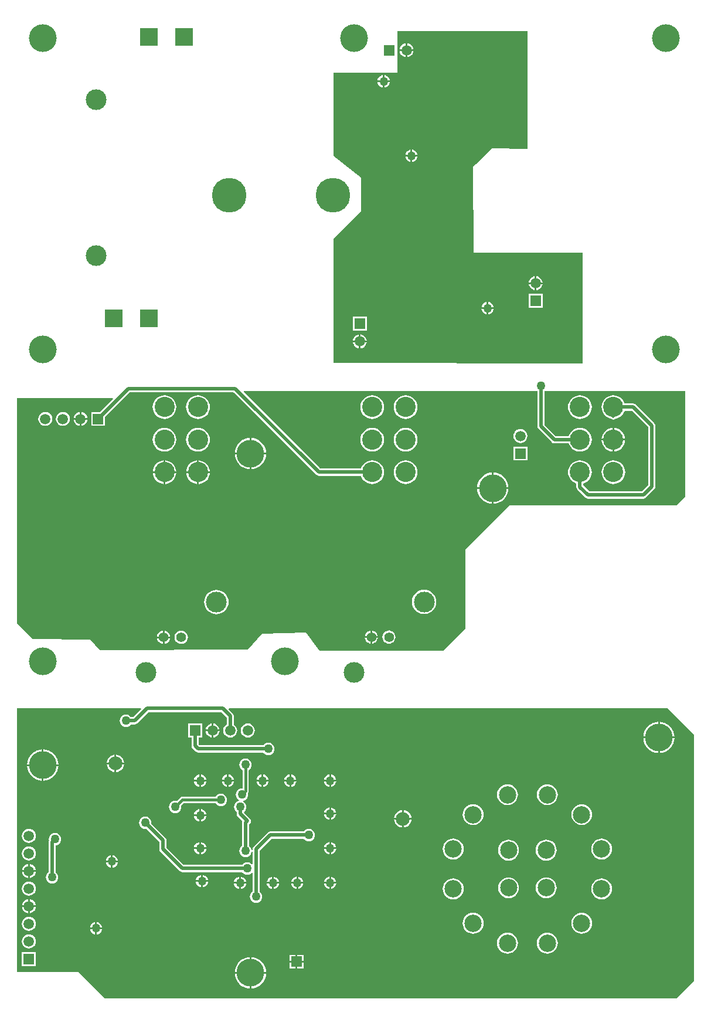
<source format=gbl>
G04*
G04 #@! TF.GenerationSoftware,Altium Limited,CircuitStudio,1.5.2 (30)*
G04*
G04 Layer_Physical_Order=2*
G04 Layer_Color=10066431*
%FSLAX25Y25*%
%MOIN*%
G70*
G01*
G75*
%ADD27C,0.02000*%
%ADD29C,0.01000*%
%ADD30C,0.01500*%
%ADD39R,0.05906X0.05906*%
%ADD40C,0.05906*%
%ADD41R,0.05906X0.05906*%
%ADD42C,0.11417*%
%ADD43C,0.11811*%
%ADD44C,0.05512*%
%ADD45C,0.15748*%
%ADD46R,0.09843X0.09843*%
%ADD47R,0.09843X0.09843*%
%ADD48C,0.19685*%
%ADD49C,0.09843*%
%ADD50C,0.07874*%
%ADD51C,0.05000*%
G36*
X384992Y290457D02*
X379969Y285433D01*
X284968D01*
X259992Y260457D01*
Y215457D01*
X247236Y202819D01*
X177157D01*
X169406Y212992D01*
X144488Y212598D01*
X136213Y203606D01*
X51968Y203150D01*
X46850Y209055D01*
X14119Y209330D01*
X4992Y218457D01*
Y346457D01*
X59455D01*
X59646Y345995D01*
X52250Y338598D01*
X47228D01*
Y330693D01*
X55134D01*
Y335715D01*
X69349Y349929D01*
X128187D01*
X175227Y302889D01*
X175889Y302447D01*
X176669Y302291D01*
X200636D01*
X200800Y301751D01*
X201423Y300586D01*
X202261Y299564D01*
X203282Y298726D01*
X204448Y298103D01*
X205712Y297719D01*
X207028Y297590D01*
X208343Y297719D01*
X209607Y298103D01*
X210773Y298726D01*
X211794Y299564D01*
X212633Y300586D01*
X213256Y301751D01*
X213639Y303016D01*
X213769Y304331D01*
X213639Y305646D01*
X213256Y306910D01*
X212633Y308076D01*
X211794Y309097D01*
X210773Y309936D01*
X209607Y310559D01*
X208343Y310942D01*
X207028Y311072D01*
X205712Y310942D01*
X204448Y310559D01*
X203282Y309936D01*
X202261Y309097D01*
X201423Y308076D01*
X200800Y306910D01*
X200636Y306370D01*
X177514D01*
X133889Y349995D01*
X134080Y350457D01*
X300961D01*
Y330465D01*
X301116Y329684D01*
X301558Y329023D01*
X309188Y321393D01*
X309850Y320951D01*
X310630Y320795D01*
X310630Y320795D01*
X318746D01*
X318910Y320255D01*
X319533Y319090D01*
X320371Y318068D01*
X321393Y317230D01*
X322558Y316607D01*
X323823Y316223D01*
X325138Y316093D01*
X326453Y316223D01*
X327717Y316607D01*
X328883Y317230D01*
X329905Y318068D01*
X330743Y319090D01*
X331366Y320255D01*
X331749Y321519D01*
X331879Y322835D01*
X331749Y324150D01*
X331366Y325414D01*
X330743Y326580D01*
X329905Y327601D01*
X328883Y328440D01*
X327717Y329063D01*
X326453Y329446D01*
X325138Y329576D01*
X323823Y329446D01*
X322558Y329063D01*
X321393Y328440D01*
X320371Y327601D01*
X319533Y326580D01*
X318910Y325414D01*
X318746Y324874D01*
X311475D01*
X305039Y331309D01*
Y350457D01*
X384992D01*
Y290457D01*
D02*
G37*
G36*
X390000Y155000D02*
Y15000D01*
X380000Y5000D01*
X55000D01*
X40000Y20000D01*
X5000D01*
Y170000D01*
X75463D01*
X75654Y169538D01*
X71155Y165039D01*
X69847D01*
X69496Y165496D01*
X68765Y166057D01*
X67914Y166410D01*
X67000Y166530D01*
X66086Y166410D01*
X65235Y166057D01*
X64504Y165496D01*
X63943Y164765D01*
X63590Y163914D01*
X63470Y163000D01*
X63590Y162086D01*
X63943Y161235D01*
X64504Y160504D01*
X65235Y159943D01*
X66086Y159590D01*
X67000Y159470D01*
X67914Y159590D01*
X68765Y159943D01*
X69496Y160504D01*
X69847Y160961D01*
X72000D01*
X72780Y161116D01*
X73442Y161558D01*
X79845Y167961D01*
X121155D01*
X124260Y164856D01*
Y160898D01*
X123480Y160300D01*
X122846Y159474D01*
X122448Y158512D01*
X122312Y157480D01*
X122448Y156448D01*
X122846Y155487D01*
X123480Y154661D01*
X124306Y154028D01*
X125267Y153629D01*
X126299Y153493D01*
X127331Y153629D01*
X128293Y154028D01*
X129118Y154661D01*
X129752Y155487D01*
X130150Y156448D01*
X130286Y157480D01*
X130150Y158512D01*
X129752Y159474D01*
X129118Y160300D01*
X128338Y160898D01*
Y165701D01*
X128183Y166481D01*
X127741Y167143D01*
X125346Y169538D01*
X125537Y170000D01*
X375000D01*
X390000Y155000D01*
D02*
G37*
G36*
X295276Y531496D02*
Y488545D01*
X294920Y488193D01*
X274938Y488438D01*
X266000Y479500D01*
X264500Y478000D01*
X264700Y429134D01*
X326772D01*
Y366496D01*
X326418Y366142D01*
X185000Y366404D01*
X185047Y437016D01*
X200787Y452756D01*
X200787Y471654D01*
X185039Y484252D01*
X185039Y531496D01*
X221457Y531496D01*
Y555118D01*
X295276D01*
Y531496D01*
D02*
G37*
%LPC*%
G36*
X182571Y90051D02*
X179606D01*
X179661Y89638D01*
X180014Y88786D01*
X180575Y88055D01*
X181306Y87494D01*
X182157Y87141D01*
X182571Y87087D01*
Y90051D01*
D02*
G37*
G36*
X109752Y94016D02*
Y91051D01*
X112716D01*
X112662Y91465D01*
X112309Y92316D01*
X111748Y93047D01*
X111017Y93608D01*
X110166Y93961D01*
X109752Y94016D01*
D02*
G37*
G36*
X108752D02*
X108338Y93961D01*
X107487Y93608D01*
X106756Y93047D01*
X106195Y92316D01*
X105842Y91465D01*
X105788Y91051D01*
X108752D01*
Y94016D01*
D02*
G37*
G36*
X186535Y90051D02*
X183571D01*
Y87087D01*
X183984Y87141D01*
X184836Y87494D01*
X185567Y88055D01*
X186128Y88786D01*
X186481Y89638D01*
X186535Y90051D01*
D02*
G37*
G36*
X229323Y106783D02*
X224909D01*
Y102370D01*
X225698Y102473D01*
X226899Y102971D01*
X227931Y103762D01*
X228722Y104794D01*
X229219Y105995D01*
X229323Y106783D01*
D02*
G37*
G36*
X264374Y115592D02*
X263213Y115477D01*
X262097Y115139D01*
X261068Y114589D01*
X260167Y113849D01*
X259427Y112947D01*
X258877Y111919D01*
X258538Y110802D01*
X258424Y109642D01*
X258538Y108481D01*
X258877Y107365D01*
X259427Y106336D01*
X260167Y105435D01*
X261068Y104695D01*
X262097Y104145D01*
X263213Y103806D01*
X264374Y103692D01*
X265535Y103806D01*
X266651Y104145D01*
X267680Y104695D01*
X268581Y105435D01*
X269321Y106336D01*
X269871Y107365D01*
X270210Y108481D01*
X270324Y109642D01*
X270210Y110802D01*
X269871Y111919D01*
X269321Y112947D01*
X268581Y113849D01*
X267680Y114589D01*
X266651Y115139D01*
X265535Y115477D01*
X264374Y115592D01*
D02*
G37*
G36*
X326177D02*
X325016Y115477D01*
X323900Y115139D01*
X322872Y114589D01*
X321970Y113849D01*
X321230Y112947D01*
X320680Y111919D01*
X320342Y110802D01*
X320227Y109642D01*
X320342Y108481D01*
X320680Y107365D01*
X321230Y106336D01*
X321970Y105435D01*
X322872Y104695D01*
X323900Y104145D01*
X325016Y103806D01*
X326177Y103692D01*
X327338Y103806D01*
X328454Y104145D01*
X329483Y104695D01*
X330384Y105435D01*
X331124Y106336D01*
X331674Y107365D01*
X332013Y108481D01*
X332127Y109642D01*
X332013Y110802D01*
X331674Y111919D01*
X331124Y112947D01*
X330384Y113849D01*
X329483Y114589D01*
X328454Y115139D01*
X327338Y115477D01*
X326177Y115592D01*
D02*
G37*
G36*
X223909Y106783D02*
X219496D01*
X219600Y105995D01*
X220097Y104794D01*
X220888Y103762D01*
X221920Y102971D01*
X223121Y102473D01*
X223909Y102370D01*
Y106783D01*
D02*
G37*
G36*
X182571Y94016D02*
X182157Y93961D01*
X181306Y93608D01*
X180575Y93047D01*
X180014Y92316D01*
X179661Y91465D01*
X179606Y91051D01*
X182571D01*
Y94016D01*
D02*
G37*
G36*
X183571D02*
Y91051D01*
X186535D01*
X186481Y91465D01*
X186128Y92316D01*
X185567Y93047D01*
X184836Y93608D01*
X183984Y93961D01*
X183571Y94016D01*
D02*
G37*
G36*
X11811Y101546D02*
X10779Y101410D01*
X9818Y101012D01*
X8992Y100378D01*
X8358Y99553D01*
X7960Y98591D01*
X7824Y97559D01*
X7960Y96527D01*
X8358Y95566D01*
X8992Y94740D01*
X9818Y94106D01*
X10779Y93708D01*
X11811Y93572D01*
X12843Y93708D01*
X13804Y94106D01*
X14630Y94740D01*
X15264Y95566D01*
X15662Y96527D01*
X15798Y97559D01*
X15662Y98591D01*
X15264Y99553D01*
X14630Y100378D01*
X13804Y101012D01*
X12843Y101410D01*
X11811Y101546D01*
D02*
G37*
G36*
X112716Y90051D02*
X109752D01*
Y87087D01*
X110166Y87141D01*
X111017Y87494D01*
X111748Y88055D01*
X112309Y88786D01*
X112662Y89638D01*
X112716Y90051D01*
D02*
G37*
G36*
X135000Y141530D02*
X134086Y141410D01*
X133235Y141057D01*
X132504Y140496D01*
X131943Y139765D01*
X131590Y138914D01*
X131470Y138000D01*
X131590Y137086D01*
X131943Y136235D01*
X132504Y135504D01*
X133216Y134958D01*
Y124719D01*
X133000Y124530D01*
X132086Y124410D01*
X131235Y124057D01*
X130504Y123496D01*
X129943Y122765D01*
X129590Y121914D01*
X129470Y121000D01*
X129590Y120086D01*
X129943Y119235D01*
X130504Y118504D01*
X131235Y117943D01*
X131251Y117936D01*
X131184Y117423D01*
X131086Y117410D01*
X130235Y117057D01*
X129504Y116496D01*
X128943Y115765D01*
X128590Y114914D01*
X128470Y114000D01*
X128590Y113086D01*
X128943Y112235D01*
X129504Y111504D01*
X129961Y111153D01*
Y110000D01*
X130116Y109220D01*
X130558Y108558D01*
X133204Y105912D01*
X133116Y105780D01*
X132961Y105000D01*
Y91847D01*
X132504Y91496D01*
X131943Y90765D01*
X131590Y89914D01*
X131470Y89000D01*
X131590Y88086D01*
X131943Y87235D01*
X132504Y86504D01*
X133235Y85943D01*
X134086Y85590D01*
X135000Y85470D01*
X135914Y85590D01*
X136765Y85943D01*
X137496Y86504D01*
X138057Y87235D01*
X138410Y88086D01*
X138461Y88473D01*
X138961Y88440D01*
Y81654D01*
X138713Y81570D01*
X138461Y81523D01*
X137765Y82057D01*
X136914Y82410D01*
X136000Y82530D01*
X135086Y82410D01*
X134235Y82057D01*
X133504Y81496D01*
X133153Y81039D01*
X99845D01*
X90039Y90845D01*
Y95000D01*
X90039Y95000D01*
X89884Y95780D01*
X89442Y96442D01*
X89442Y96442D01*
X81455Y104429D01*
X81530Y105000D01*
X81410Y105914D01*
X81057Y106765D01*
X80496Y107496D01*
X79765Y108057D01*
X78914Y108410D01*
X78000Y108530D01*
X77086Y108410D01*
X76235Y108057D01*
X75504Y107496D01*
X74943Y106765D01*
X74590Y105914D01*
X74470Y105000D01*
X74590Y104086D01*
X74943Y103235D01*
X75504Y102504D01*
X76235Y101943D01*
X77086Y101590D01*
X78000Y101470D01*
X78571Y101545D01*
X85961Y94155D01*
Y90000D01*
X86116Y89220D01*
X86558Y88558D01*
X97558Y77558D01*
X98220Y77116D01*
X99000Y76961D01*
X133153D01*
X133504Y76504D01*
X134235Y75943D01*
X135086Y75590D01*
X136000Y75470D01*
X136914Y75590D01*
X137765Y75943D01*
X138461Y76477D01*
X138713Y76430D01*
X138961Y76346D01*
Y65847D01*
X138504Y65496D01*
X137943Y64765D01*
X137590Y63914D01*
X137470Y63000D01*
X137590Y62086D01*
X137943Y61235D01*
X138504Y60504D01*
X139235Y59943D01*
X140086Y59590D01*
X141000Y59470D01*
X141914Y59590D01*
X142765Y59943D01*
X143496Y60504D01*
X144057Y61235D01*
X144410Y62086D01*
X144530Y63000D01*
X144410Y63914D01*
X144057Y64765D01*
X143496Y65496D01*
X143039Y65847D01*
Y89155D01*
X149845Y95961D01*
X168153D01*
X168504Y95504D01*
X169235Y94943D01*
X170086Y94590D01*
X171000Y94470D01*
X171914Y94590D01*
X172765Y94943D01*
X173496Y95504D01*
X174057Y96235D01*
X174410Y97086D01*
X174530Y98000D01*
X174410Y98914D01*
X174057Y99765D01*
X173496Y100496D01*
X172765Y101057D01*
X171914Y101410D01*
X171000Y101530D01*
X170086Y101410D01*
X169235Y101057D01*
X168504Y100496D01*
X168153Y100039D01*
X149000D01*
X148220Y99884D01*
X147558Y99442D01*
X139558Y91442D01*
X139116Y90780D01*
X138961Y90000D01*
Y89560D01*
X138461Y89527D01*
X138410Y89914D01*
X138057Y90765D01*
X137496Y91496D01*
X137039Y91847D01*
Y104155D01*
X137442Y104558D01*
X137884Y105220D01*
X138039Y106000D01*
X137884Y106780D01*
X137442Y107442D01*
X134173Y110711D01*
X134201Y111277D01*
X134496Y111504D01*
X135057Y112235D01*
X135410Y113086D01*
X135530Y114000D01*
X135410Y114914D01*
X135057Y115765D01*
X134496Y116496D01*
X133765Y117057D01*
X133749Y117064D01*
X133816Y117577D01*
X133914Y117590D01*
X134765Y117943D01*
X135496Y118504D01*
X136057Y119235D01*
X136410Y120086D01*
X136530Y121000D01*
X136410Y121914D01*
X136398Y121942D01*
X136455Y122028D01*
X136648Y122317D01*
X136784Y123000D01*
X136784Y123000D01*
Y134958D01*
X137496Y135504D01*
X138057Y136235D01*
X138410Y137086D01*
X138530Y138000D01*
X138410Y138914D01*
X138057Y139765D01*
X137496Y140496D01*
X136765Y141057D01*
X135914Y141410D01*
X135000Y141530D01*
D02*
G37*
G36*
X58500Y86464D02*
X58086Y86410D01*
X57235Y86057D01*
X56504Y85496D01*
X55943Y84765D01*
X55590Y83914D01*
X55536Y83500D01*
X58500D01*
Y86464D01*
D02*
G37*
G36*
X59500D02*
Y83500D01*
X62464D01*
X62410Y83914D01*
X62057Y84765D01*
X61496Y85496D01*
X60765Y86057D01*
X59914Y86410D01*
X59500Y86464D01*
D02*
G37*
G36*
X12311Y81480D02*
Y78059D01*
X15732D01*
X15662Y78591D01*
X15264Y79553D01*
X14630Y80378D01*
X13804Y81012D01*
X12843Y81410D01*
X12311Y81480D01*
D02*
G37*
G36*
X58500Y82500D02*
X55536D01*
X55590Y82086D01*
X55943Y81235D01*
X56504Y80504D01*
X57235Y79943D01*
X58086Y79590D01*
X58500Y79536D01*
Y82500D01*
D02*
G37*
G36*
X62464D02*
X59500D01*
Y79536D01*
X59914Y79590D01*
X60765Y79943D01*
X61496Y80504D01*
X62057Y81235D01*
X62410Y82086D01*
X62464Y82500D01*
D02*
G37*
G36*
X253063Y96001D02*
X251902Y95887D01*
X250786Y95548D01*
X249757Y94998D01*
X248856Y94258D01*
X248116Y93357D01*
X247566Y92328D01*
X247227Y91212D01*
X247113Y90051D01*
X247227Y88890D01*
X247566Y87774D01*
X248116Y86746D01*
X248856Y85844D01*
X249757Y85104D01*
X250786Y84554D01*
X251902Y84216D01*
X253063Y84101D01*
X254224Y84216D01*
X255340Y84554D01*
X256369Y85104D01*
X257270Y85844D01*
X258010Y86746D01*
X258560Y87774D01*
X258899Y88890D01*
X259013Y90051D01*
X258899Y91212D01*
X258560Y92328D01*
X258010Y93357D01*
X257270Y94258D01*
X256369Y94998D01*
X255340Y95548D01*
X254224Y95887D01*
X253063Y96001D01*
D02*
G37*
G36*
X337488D02*
X336327Y95887D01*
X335211Y95548D01*
X334183Y94998D01*
X333281Y94258D01*
X332541Y93357D01*
X331991Y92328D01*
X331653Y91212D01*
X331538Y90051D01*
X331653Y88890D01*
X331991Y87774D01*
X332541Y86746D01*
X333281Y85844D01*
X334183Y85104D01*
X335211Y84554D01*
X336327Y84216D01*
X337488Y84101D01*
X338649Y84216D01*
X339765Y84554D01*
X340794Y85104D01*
X341695Y85844D01*
X342435Y86746D01*
X342985Y87774D01*
X343324Y88890D01*
X343438Y90051D01*
X343324Y91212D01*
X342985Y92328D01*
X342435Y93357D01*
X341695Y94258D01*
X340794Y94998D01*
X339765Y95548D01*
X338649Y95887D01*
X337488Y96001D01*
D02*
G37*
G36*
X108752Y90051D02*
X105788D01*
X105842Y89638D01*
X106195Y88786D01*
X106756Y88055D01*
X107487Y87494D01*
X108338Y87141D01*
X108752Y87087D01*
Y90051D01*
D02*
G37*
G36*
X284559Y95407D02*
X283398Y95292D01*
X282282Y94954D01*
X281254Y94404D01*
X280352Y93664D01*
X279612Y92762D01*
X279062Y91734D01*
X278724Y90618D01*
X278609Y89457D01*
X278724Y88296D01*
X279062Y87180D01*
X279612Y86151D01*
X280352Y85250D01*
X281254Y84509D01*
X282282Y83960D01*
X283398Y83621D01*
X284559Y83507D01*
X285720Y83621D01*
X286836Y83960D01*
X287865Y84509D01*
X288766Y85250D01*
X289506Y86151D01*
X290056Y87180D01*
X290395Y88296D01*
X290509Y89457D01*
X290395Y90618D01*
X290056Y91734D01*
X289506Y92762D01*
X288766Y93664D01*
X287865Y94404D01*
X286836Y94954D01*
X285720Y95292D01*
X284559Y95407D01*
D02*
G37*
G36*
X305992D02*
X304831Y95292D01*
X303715Y94954D01*
X302687Y94404D01*
X301785Y93664D01*
X301045Y92762D01*
X300495Y91734D01*
X300157Y90618D01*
X300042Y89457D01*
X300157Y88296D01*
X300495Y87180D01*
X301045Y86151D01*
X301785Y85250D01*
X302687Y84509D01*
X303715Y83960D01*
X304831Y83621D01*
X305992Y83507D01*
X307153Y83621D01*
X308269Y83960D01*
X309298Y84509D01*
X310199Y85250D01*
X310939Y86151D01*
X311489Y87180D01*
X311828Y88296D01*
X311942Y89457D01*
X311828Y90618D01*
X311489Y91734D01*
X310939Y92762D01*
X310199Y93664D01*
X309298Y94404D01*
X308269Y94954D01*
X307153Y95292D01*
X305992Y95407D01*
D02*
G37*
G36*
X11811Y91546D02*
X10779Y91410D01*
X9818Y91012D01*
X8992Y90378D01*
X8358Y89552D01*
X7960Y88591D01*
X7824Y87559D01*
X7960Y86527D01*
X8358Y85566D01*
X8992Y84740D01*
X9818Y84106D01*
X10779Y83708D01*
X11811Y83572D01*
X12843Y83708D01*
X13804Y84106D01*
X14630Y84740D01*
X15264Y85566D01*
X15662Y86527D01*
X15798Y87559D01*
X15662Y88591D01*
X15264Y89552D01*
X14630Y90378D01*
X13804Y91012D01*
X12843Y91410D01*
X11811Y91546D01*
D02*
G37*
G36*
X108752Y108752D02*
X105788D01*
X105842Y108338D01*
X106195Y107487D01*
X106756Y106756D01*
X107487Y106195D01*
X108338Y105842D01*
X108752Y105788D01*
Y108752D01*
D02*
G37*
G36*
X144185Y128437D02*
X141221D01*
X141275Y128023D01*
X141628Y127172D01*
X142189Y126441D01*
X142920Y125880D01*
X143771Y125527D01*
X144185Y125473D01*
Y128437D01*
D02*
G37*
G36*
X148149D02*
X145185D01*
Y125473D01*
X145599Y125527D01*
X146450Y125880D01*
X147181Y126441D01*
X147742Y127172D01*
X148095Y128023D01*
X148149Y128437D01*
D02*
G37*
G36*
X159933D02*
X156969D01*
X157023Y128023D01*
X157376Y127172D01*
X157937Y126441D01*
X158668Y125880D01*
X159519Y125527D01*
X159933Y125473D01*
Y128437D01*
D02*
G37*
G36*
X112716D02*
X109752D01*
Y125473D01*
X110166Y125527D01*
X111017Y125880D01*
X111748Y126441D01*
X112309Y127172D01*
X112662Y128023D01*
X112716Y128437D01*
D02*
G37*
G36*
X124500D02*
X121536D01*
X121590Y128023D01*
X121943Y127172D01*
X122504Y126441D01*
X123235Y125880D01*
X124086Y125527D01*
X124500Y125473D01*
Y128437D01*
D02*
G37*
G36*
X128464D02*
X125500D01*
Y125473D01*
X125914Y125527D01*
X126765Y125880D01*
X127496Y126441D01*
X128057Y127172D01*
X128410Y128023D01*
X128464Y128437D01*
D02*
G37*
G36*
X19185Y137295D02*
X10817D01*
X10939Y136056D01*
X11447Y134383D01*
X12271Y132841D01*
X13380Y131490D01*
X14731Y130381D01*
X16273Y129557D01*
X17945Y129050D01*
X19185Y128928D01*
Y137295D01*
D02*
G37*
G36*
X28553D02*
X20185D01*
Y128928D01*
X21425Y129050D01*
X23097Y129557D01*
X24639Y130381D01*
X25990Y131490D01*
X27099Y132841D01*
X27923Y134383D01*
X28431Y136056D01*
X28553Y137295D01*
D02*
G37*
G36*
X108752Y132401D02*
X108338Y132347D01*
X107487Y131994D01*
X106756Y131433D01*
X106195Y130702D01*
X105842Y129851D01*
X105788Y129437D01*
X108752D01*
Y132401D01*
D02*
G37*
G36*
X163897Y128437D02*
X160933D01*
Y125473D01*
X161347Y125527D01*
X162198Y125880D01*
X162929Y126441D01*
X163490Y127172D01*
X163843Y128023D01*
X163897Y128437D01*
D02*
G37*
G36*
X182571D02*
X179606D01*
X179661Y128023D01*
X180014Y127172D01*
X180575Y126441D01*
X181306Y125880D01*
X182157Y125527D01*
X182571Y125473D01*
Y128437D01*
D02*
G37*
G36*
X186535D02*
X183571D01*
Y125473D01*
X183984Y125527D01*
X184836Y125880D01*
X185567Y126441D01*
X186128Y127172D01*
X186481Y128023D01*
X186535Y128437D01*
D02*
G37*
G36*
X108752D02*
X105788D01*
X105842Y128023D01*
X106195Y127172D01*
X106756Y126441D01*
X107487Y125880D01*
X108338Y125527D01*
X108752Y125473D01*
Y128437D01*
D02*
G37*
G36*
X223909Y112197D02*
X223121Y112093D01*
X221920Y111596D01*
X220888Y110805D01*
X220097Y109773D01*
X219600Y108572D01*
X219496Y107783D01*
X223909D01*
Y112197D01*
D02*
G37*
G36*
X224909D02*
Y107783D01*
X229323D01*
X229219Y108572D01*
X228722Y109773D01*
X227931Y110805D01*
X226899Y111596D01*
X225698Y112093D01*
X224909Y112197D01*
D02*
G37*
G36*
X108752Y112716D02*
X108338Y112662D01*
X107487Y112309D01*
X106756Y111748D01*
X106195Y111017D01*
X105842Y110166D01*
X105788Y109752D01*
X108752D01*
Y112716D01*
D02*
G37*
G36*
X112716Y108752D02*
X109752D01*
Y105788D01*
X110166Y105842D01*
X111017Y106195D01*
X111748Y106756D01*
X112309Y107487D01*
X112662Y108338D01*
X112716Y108752D01*
D02*
G37*
G36*
X182571Y109736D02*
X179606D01*
X179661Y109323D01*
X180014Y108471D01*
X180575Y107740D01*
X181306Y107179D01*
X182157Y106826D01*
X182571Y106772D01*
Y109736D01*
D02*
G37*
G36*
X186535D02*
X183571D01*
Y106772D01*
X183984Y106826D01*
X184836Y107179D01*
X185567Y107740D01*
X186128Y108471D01*
X186481Y109323D01*
X186535Y109736D01*
D02*
G37*
G36*
X283965Y126903D02*
X282804Y126788D01*
X281688Y126450D01*
X280659Y125900D01*
X279757Y125160D01*
X279017Y124258D01*
X278468Y123230D01*
X278129Y122114D01*
X278015Y120953D01*
X278129Y119792D01*
X278468Y118676D01*
X279017Y117647D01*
X279757Y116745D01*
X280659Y116006D01*
X281688Y115456D01*
X282804Y115117D01*
X283965Y115003D01*
X285125Y115117D01*
X286242Y115456D01*
X287270Y116006D01*
X288172Y116745D01*
X288912Y117647D01*
X289462Y118676D01*
X289800Y119792D01*
X289914Y120953D01*
X289800Y122114D01*
X289462Y123230D01*
X288912Y124258D01*
X288172Y125160D01*
X287270Y125900D01*
X286242Y126450D01*
X285125Y126788D01*
X283965Y126903D01*
D02*
G37*
G36*
X306587D02*
X305426Y126788D01*
X304310Y126450D01*
X303281Y125900D01*
X302379Y125160D01*
X301639Y124258D01*
X301090Y123230D01*
X300751Y122114D01*
X300637Y120953D01*
X300751Y119792D01*
X301090Y118676D01*
X301639Y117647D01*
X302379Y116745D01*
X303281Y116006D01*
X304310Y115456D01*
X305426Y115117D01*
X306587Y115003D01*
X307747Y115117D01*
X308863Y115456D01*
X309892Y116006D01*
X310794Y116745D01*
X311534Y117647D01*
X312084Y118676D01*
X312422Y119792D01*
X312537Y120953D01*
X312422Y122114D01*
X312084Y123230D01*
X311534Y124258D01*
X310794Y125160D01*
X309892Y125900D01*
X308863Y126450D01*
X307747Y126788D01*
X306587Y126903D01*
D02*
G37*
G36*
X121000Y121530D02*
X120086Y121410D01*
X119235Y121057D01*
X118504Y120496D01*
X117957Y119784D01*
X99000D01*
X98317Y119649D01*
X97738Y119262D01*
X97738Y119262D01*
X95890Y117413D01*
X95000Y117530D01*
X94086Y117410D01*
X93235Y117057D01*
X92504Y116496D01*
X91943Y115765D01*
X91590Y114914D01*
X91470Y114000D01*
X91590Y113086D01*
X91943Y112235D01*
X92504Y111504D01*
X93235Y110943D01*
X94086Y110590D01*
X95000Y110470D01*
X95914Y110590D01*
X96765Y110943D01*
X97496Y111504D01*
X98057Y112235D01*
X98410Y113086D01*
X98530Y114000D01*
X98413Y114890D01*
X99739Y116216D01*
X117957D01*
X118504Y115504D01*
X119235Y114943D01*
X120086Y114590D01*
X121000Y114470D01*
X121914Y114590D01*
X122765Y114943D01*
X123496Y115504D01*
X124057Y116235D01*
X124410Y117086D01*
X124530Y118000D01*
X124410Y118914D01*
X124057Y119765D01*
X123496Y120496D01*
X122765Y121057D01*
X121914Y121410D01*
X121000Y121530D01*
D02*
G37*
G36*
X109752Y112716D02*
Y109752D01*
X112716D01*
X112662Y110166D01*
X112309Y111017D01*
X111748Y111748D01*
X111017Y112309D01*
X110166Y112662D01*
X109752Y112716D01*
D02*
G37*
G36*
X182571Y113701D02*
X182157Y113646D01*
X181306Y113294D01*
X180575Y112732D01*
X180014Y112001D01*
X179661Y111150D01*
X179606Y110736D01*
X182571D01*
Y113701D01*
D02*
G37*
G36*
X183571D02*
Y110736D01*
X186535D01*
X186481Y111150D01*
X186128Y112001D01*
X185567Y112732D01*
X184836Y113294D01*
X183984Y113646D01*
X183571Y113701D01*
D02*
G37*
G36*
X11311Y81480D02*
X10779Y81410D01*
X9818Y81012D01*
X8992Y80378D01*
X8358Y79553D01*
X7960Y78591D01*
X7890Y78059D01*
X11311D01*
Y81480D01*
D02*
G37*
G36*
X11811Y51546D02*
X10779Y51410D01*
X9818Y51012D01*
X8992Y50378D01*
X8358Y49553D01*
X7960Y48591D01*
X7824Y47559D01*
X7960Y46527D01*
X8358Y45566D01*
X8992Y44740D01*
X9818Y44106D01*
X10779Y43708D01*
X11811Y43572D01*
X12843Y43708D01*
X13804Y44106D01*
X14630Y44740D01*
X15264Y45566D01*
X15662Y46527D01*
X15798Y47559D01*
X15662Y48591D01*
X15264Y49553D01*
X14630Y50378D01*
X13804Y51012D01*
X12843Y51410D01*
X11811Y51546D01*
D02*
G37*
G36*
X49500Y48464D02*
X49086Y48410D01*
X48235Y48057D01*
X47504Y47496D01*
X46943Y46765D01*
X46590Y45914D01*
X46536Y45500D01*
X49500D01*
Y48464D01*
D02*
G37*
G36*
X50500D02*
Y45500D01*
X53464D01*
X53410Y45914D01*
X53057Y46765D01*
X52496Y47496D01*
X51765Y48057D01*
X50914Y48410D01*
X50500Y48464D01*
D02*
G37*
G36*
X53464Y44500D02*
X50500D01*
Y41536D01*
X50914Y41590D01*
X51765Y41943D01*
X52496Y42504D01*
X53057Y43235D01*
X53410Y44086D01*
X53464Y44500D01*
D02*
G37*
G36*
X264374Y53789D02*
X263213Y53674D01*
X262097Y53336D01*
X261068Y52786D01*
X260167Y52046D01*
X259427Y51144D01*
X258877Y50116D01*
X258538Y48999D01*
X258424Y47839D01*
X258538Y46678D01*
X258877Y45562D01*
X259427Y44533D01*
X260167Y43631D01*
X261068Y42891D01*
X262097Y42342D01*
X263213Y42003D01*
X264374Y41889D01*
X265535Y42003D01*
X266651Y42342D01*
X267680Y42891D01*
X268581Y43631D01*
X269321Y44533D01*
X269871Y45562D01*
X270210Y46678D01*
X270324Y47839D01*
X270210Y48999D01*
X269871Y50116D01*
X269321Y51144D01*
X268581Y52046D01*
X267680Y52786D01*
X266651Y53336D01*
X265535Y53674D01*
X264374Y53789D01*
D02*
G37*
G36*
X326177D02*
X325016Y53674D01*
X323900Y53336D01*
X322872Y52786D01*
X321970Y52046D01*
X321230Y51144D01*
X320680Y50116D01*
X320342Y48999D01*
X320227Y47839D01*
X320342Y46678D01*
X320680Y45562D01*
X321230Y44533D01*
X321970Y43631D01*
X322872Y42891D01*
X323900Y42342D01*
X325016Y42003D01*
X326177Y41889D01*
X327338Y42003D01*
X328454Y42342D01*
X329483Y42891D01*
X330384Y43631D01*
X331124Y44533D01*
X331674Y45562D01*
X332013Y46678D01*
X332127Y47839D01*
X332013Y48999D01*
X331674Y50116D01*
X331124Y51144D01*
X330384Y52046D01*
X329483Y52786D01*
X328454Y53336D01*
X327338Y53674D01*
X326177Y53789D01*
D02*
G37*
G36*
X12311Y61480D02*
Y58059D01*
X15732D01*
X15662Y58591D01*
X15264Y59553D01*
X14630Y60378D01*
X13804Y61012D01*
X12843Y61410D01*
X12311Y61480D01*
D02*
G37*
G36*
X253063Y73379D02*
X251902Y73265D01*
X250786Y72926D01*
X249757Y72376D01*
X248856Y71636D01*
X248116Y70735D01*
X247566Y69706D01*
X247227Y68590D01*
X247113Y67429D01*
X247227Y66268D01*
X247566Y65152D01*
X248116Y64124D01*
X248856Y63222D01*
X249757Y62482D01*
X250786Y61932D01*
X251902Y61594D01*
X253063Y61479D01*
X254224Y61594D01*
X255340Y61932D01*
X256369Y62482D01*
X257270Y63222D01*
X258010Y64124D01*
X258560Y65152D01*
X258899Y66268D01*
X259013Y67429D01*
X258899Y68590D01*
X258560Y69706D01*
X258010Y70735D01*
X257270Y71636D01*
X256369Y72376D01*
X255340Y72926D01*
X254224Y73265D01*
X253063Y73379D01*
D02*
G37*
G36*
X337488D02*
X336327Y73265D01*
X335211Y72926D01*
X334183Y72376D01*
X333281Y71636D01*
X332541Y70735D01*
X331991Y69706D01*
X331653Y68590D01*
X331538Y67429D01*
X331653Y66268D01*
X331991Y65152D01*
X332541Y64124D01*
X333281Y63222D01*
X334183Y62482D01*
X335211Y61932D01*
X336327Y61594D01*
X337488Y61479D01*
X338649Y61594D01*
X339765Y61932D01*
X340794Y62482D01*
X341695Y63222D01*
X342435Y64124D01*
X342985Y65152D01*
X343324Y66268D01*
X343438Y67429D01*
X343324Y68590D01*
X342985Y69706D01*
X342435Y70735D01*
X341695Y71636D01*
X340794Y72376D01*
X339765Y72926D01*
X338649Y73265D01*
X337488Y73379D01*
D02*
G37*
G36*
X11311Y57059D02*
X7890D01*
X7960Y56527D01*
X8358Y55566D01*
X8992Y54740D01*
X9818Y54106D01*
X10779Y53708D01*
X11311Y53638D01*
Y57059D01*
D02*
G37*
G36*
X15732D02*
X12311D01*
Y53638D01*
X12843Y53708D01*
X13804Y54106D01*
X14630Y54740D01*
X15264Y55566D01*
X15662Y56527D01*
X15732Y57059D01*
D02*
G37*
G36*
X11311Y61480D02*
X10779Y61410D01*
X9818Y61012D01*
X8992Y60378D01*
X8358Y59553D01*
X7960Y58591D01*
X7890Y58059D01*
X11311D01*
Y61480D01*
D02*
G37*
G36*
X49500Y44500D02*
X46536D01*
X46590Y44086D01*
X46943Y43235D01*
X47504Y42504D01*
X48235Y41943D01*
X49086Y41590D01*
X49500Y41536D01*
Y44500D01*
D02*
G37*
G36*
X138295Y28553D02*
Y20185D01*
X146663D01*
X146541Y21425D01*
X146034Y23097D01*
X145209Y24639D01*
X144100Y25990D01*
X142749Y27099D01*
X141208Y27923D01*
X139535Y28431D01*
X138295Y28553D01*
D02*
G37*
G36*
X163500Y25500D02*
X160047D01*
Y22047D01*
X163500D01*
Y25500D01*
D02*
G37*
G36*
X167953D02*
X164500D01*
Y22047D01*
X167953D01*
Y25500D01*
D02*
G37*
G36*
X137295Y19185D02*
X128928D01*
X129050Y17945D01*
X129557Y16273D01*
X130381Y14731D01*
X131490Y13380D01*
X132841Y12271D01*
X134383Y11447D01*
X136056Y10939D01*
X137295Y10817D01*
Y19185D01*
D02*
G37*
G36*
X146663D02*
X138295D01*
Y10817D01*
X139535Y10939D01*
X141208Y11447D01*
X142749Y12271D01*
X144100Y13380D01*
X145209Y14731D01*
X146034Y16273D01*
X146541Y17945D01*
X146663Y19185D01*
D02*
G37*
G36*
X137295Y28553D02*
X136056Y28431D01*
X134383Y27923D01*
X132841Y27099D01*
X131490Y25990D01*
X130381Y24639D01*
X129557Y23097D01*
X129050Y21425D01*
X128928Y20185D01*
X137295D01*
Y28553D01*
D02*
G37*
G36*
X283965Y42478D02*
X282804Y42363D01*
X281688Y42025D01*
X280659Y41475D01*
X279757Y40735D01*
X279017Y39833D01*
X278468Y38805D01*
X278129Y37688D01*
X278015Y36528D01*
X278129Y35367D01*
X278468Y34251D01*
X279017Y33222D01*
X279757Y32320D01*
X280659Y31580D01*
X281688Y31031D01*
X282804Y30692D01*
X283965Y30578D01*
X285125Y30692D01*
X286242Y31031D01*
X287270Y31580D01*
X288172Y32320D01*
X288912Y33222D01*
X289462Y34251D01*
X289800Y35367D01*
X289914Y36528D01*
X289800Y37688D01*
X289462Y38805D01*
X288912Y39833D01*
X288172Y40735D01*
X287270Y41475D01*
X286242Y42025D01*
X285125Y42363D01*
X283965Y42478D01*
D02*
G37*
G36*
X306587D02*
X305426Y42363D01*
X304310Y42025D01*
X303281Y41475D01*
X302379Y40735D01*
X301639Y39833D01*
X301090Y38805D01*
X300751Y37688D01*
X300637Y36528D01*
X300751Y35367D01*
X301090Y34251D01*
X301639Y33222D01*
X302379Y32320D01*
X303281Y31580D01*
X304310Y31031D01*
X305426Y30692D01*
X306587Y30578D01*
X307747Y30692D01*
X308863Y31031D01*
X309892Y31580D01*
X310794Y32320D01*
X311534Y33222D01*
X312084Y34251D01*
X312422Y35367D01*
X312537Y36528D01*
X312422Y37688D01*
X312084Y38805D01*
X311534Y39833D01*
X310794Y40735D01*
X309892Y41475D01*
X308863Y42025D01*
X307747Y42363D01*
X306587Y42478D01*
D02*
G37*
G36*
X11811Y41546D02*
X10779Y41410D01*
X9818Y41012D01*
X8992Y40378D01*
X8358Y39553D01*
X7960Y38591D01*
X7824Y37559D01*
X7960Y36527D01*
X8358Y35566D01*
X8992Y34740D01*
X9818Y34106D01*
X10779Y33708D01*
X11811Y33572D01*
X12843Y33708D01*
X13804Y34106D01*
X14630Y34740D01*
X15264Y35566D01*
X15662Y36527D01*
X15798Y37559D01*
X15662Y38591D01*
X15264Y39553D01*
X14630Y40378D01*
X13804Y41012D01*
X12843Y41410D01*
X11811Y41546D01*
D02*
G37*
G36*
X15764Y31512D02*
X7858D01*
Y23606D01*
X15764D01*
Y31512D01*
D02*
G37*
G36*
X163500Y29953D02*
X160047D01*
Y26500D01*
X163500D01*
Y29953D01*
D02*
G37*
G36*
X167953D02*
X164500D01*
Y26500D01*
X167953D01*
Y29953D01*
D02*
G37*
G36*
X284559Y73974D02*
X283398Y73859D01*
X282282Y73521D01*
X281254Y72971D01*
X280352Y72231D01*
X279612Y71329D01*
X279062Y70301D01*
X278724Y69184D01*
X278609Y68024D01*
X278724Y66863D01*
X279062Y65747D01*
X279612Y64718D01*
X280352Y63816D01*
X281254Y63076D01*
X282282Y62527D01*
X283398Y62188D01*
X284559Y62074D01*
X285720Y62188D01*
X286836Y62527D01*
X287865Y63076D01*
X288766Y63816D01*
X289506Y64718D01*
X290056Y65747D01*
X290395Y66863D01*
X290509Y68024D01*
X290395Y69184D01*
X290056Y70301D01*
X289506Y71329D01*
X288766Y72231D01*
X287865Y72971D01*
X286836Y73521D01*
X285720Y73859D01*
X284559Y73974D01*
D02*
G37*
G36*
X151091Y74331D02*
Y71366D01*
X154055D01*
X154000Y71780D01*
X153648Y72631D01*
X153087Y73362D01*
X152356Y73923D01*
X151504Y74276D01*
X151091Y74331D01*
D02*
G37*
G36*
X163870D02*
X163456Y74276D01*
X162605Y73923D01*
X161874Y73362D01*
X161313Y72631D01*
X160960Y71780D01*
X160906Y71366D01*
X163870D01*
Y74331D01*
D02*
G37*
G36*
X164870D02*
Y71366D01*
X167834D01*
X167780Y71780D01*
X167427Y72631D01*
X166866Y73362D01*
X166135Y73923D01*
X165284Y74276D01*
X164870Y74331D01*
D02*
G37*
G36*
X131390D02*
X130976Y74276D01*
X130125Y73923D01*
X129393Y73362D01*
X128832Y72631D01*
X128480Y71780D01*
X128425Y71366D01*
X131390D01*
Y74331D01*
D02*
G37*
G36*
X132390D02*
Y71366D01*
X135354D01*
X135300Y71780D01*
X134947Y72631D01*
X134386Y73362D01*
X133655Y73923D01*
X132803Y74276D01*
X132390Y74331D01*
D02*
G37*
G36*
X150091D02*
X149677Y74276D01*
X148826Y73923D01*
X148094Y73362D01*
X147533Y72631D01*
X147181Y71780D01*
X147126Y71366D01*
X150091D01*
Y74331D01*
D02*
G37*
G36*
X110736Y75315D02*
Y72350D01*
X113701D01*
X113646Y72764D01*
X113294Y73615D01*
X112732Y74347D01*
X112001Y74908D01*
X111150Y75260D01*
X110736Y75315D01*
D02*
G37*
G36*
X15732Y77059D02*
X12311D01*
Y73638D01*
X12843Y73708D01*
X13804Y74106D01*
X14630Y74740D01*
X15264Y75566D01*
X15662Y76527D01*
X15732Y77059D01*
D02*
G37*
G36*
X11311D02*
X7890D01*
X7960Y76527D01*
X8358Y75566D01*
X8992Y74740D01*
X9818Y74106D01*
X10779Y73708D01*
X11311Y73638D01*
Y77059D01*
D02*
G37*
G36*
X182571Y74331D02*
X182157Y74276D01*
X181306Y73923D01*
X180575Y73362D01*
X180014Y72631D01*
X179661Y71780D01*
X179606Y71366D01*
X182571D01*
Y74331D01*
D02*
G37*
G36*
X183571D02*
Y71366D01*
X186535D01*
X186481Y71780D01*
X186128Y72631D01*
X185567Y73362D01*
X184836Y73923D01*
X183984Y74276D01*
X183571Y74331D01*
D02*
G37*
G36*
X109736Y75315D02*
X109323Y75260D01*
X108471Y74908D01*
X107740Y74347D01*
X107179Y73615D01*
X106826Y72764D01*
X106772Y72350D01*
X109736D01*
Y75315D01*
D02*
G37*
G36*
X26654Y99184D02*
X25740Y99063D01*
X24889Y98711D01*
X24157Y98150D01*
X23596Y97419D01*
X23244Y96567D01*
X23123Y95653D01*
X23218Y94933D01*
X23116Y94780D01*
X22961Y94000D01*
Y76847D01*
X22504Y76496D01*
X21943Y75765D01*
X21590Y74914D01*
X21470Y74000D01*
X21590Y73086D01*
X21943Y72235D01*
X22504Y71504D01*
X23235Y70943D01*
X24086Y70590D01*
X25000Y70470D01*
X25914Y70590D01*
X26765Y70943D01*
X27496Y71504D01*
X28057Y72235D01*
X28410Y73086D01*
X28530Y74000D01*
X28410Y74914D01*
X28057Y75765D01*
X27496Y76496D01*
X27039Y76847D01*
Y92174D01*
X27567Y92244D01*
X28419Y92596D01*
X29150Y93157D01*
X29711Y93888D01*
X30064Y94740D01*
X30184Y95653D01*
X30064Y96567D01*
X29711Y97419D01*
X29150Y98150D01*
X28419Y98711D01*
X27567Y99063D01*
X26654Y99184D01*
D02*
G37*
G36*
X135354Y70366D02*
X132390D01*
Y67402D01*
X132803Y67456D01*
X133655Y67809D01*
X134386Y68370D01*
X134947Y69101D01*
X135300Y69952D01*
X135354Y70366D01*
D02*
G37*
G36*
X150091D02*
X147126D01*
X147181Y69952D01*
X147533Y69101D01*
X148094Y68370D01*
X148826Y67809D01*
X149677Y67456D01*
X150091Y67402D01*
Y70366D01*
D02*
G37*
G36*
X154055D02*
X151091D01*
Y67402D01*
X151504Y67456D01*
X152356Y67809D01*
X153087Y68370D01*
X153648Y69101D01*
X154000Y69952D01*
X154055Y70366D01*
D02*
G37*
G36*
X305992Y73974D02*
X304831Y73859D01*
X303715Y73521D01*
X302687Y72971D01*
X301785Y72231D01*
X301045Y71329D01*
X300495Y70301D01*
X300157Y69184D01*
X300042Y68024D01*
X300157Y66863D01*
X300495Y65747D01*
X301045Y64718D01*
X301785Y63816D01*
X302687Y63076D01*
X303715Y62527D01*
X304831Y62188D01*
X305992Y62074D01*
X307153Y62188D01*
X308269Y62527D01*
X309298Y63076D01*
X310199Y63816D01*
X310939Y64718D01*
X311489Y65747D01*
X311828Y66863D01*
X311942Y68024D01*
X311828Y69184D01*
X311489Y70301D01*
X310939Y71329D01*
X310199Y72231D01*
X309298Y72971D01*
X308269Y73521D01*
X307153Y73859D01*
X305992Y73974D01*
D02*
G37*
G36*
X11811Y71546D02*
X10779Y71410D01*
X9818Y71012D01*
X8992Y70378D01*
X8358Y69552D01*
X7960Y68591D01*
X7824Y67559D01*
X7960Y66527D01*
X8358Y65566D01*
X8992Y64740D01*
X9818Y64106D01*
X10779Y63708D01*
X11811Y63572D01*
X12843Y63708D01*
X13804Y64106D01*
X14630Y64740D01*
X15264Y65566D01*
X15662Y66527D01*
X15798Y67559D01*
X15662Y68591D01*
X15264Y69552D01*
X14630Y70378D01*
X13804Y71012D01*
X12843Y71410D01*
X11811Y71546D01*
D02*
G37*
G36*
X131390Y70366D02*
X128425D01*
X128480Y69952D01*
X128832Y69101D01*
X129393Y68370D01*
X130125Y67809D01*
X130976Y67456D01*
X131390Y67402D01*
Y70366D01*
D02*
G37*
G36*
X186535D02*
X183571D01*
Y67402D01*
X183984Y67456D01*
X184836Y67809D01*
X185567Y68370D01*
X186128Y69101D01*
X186481Y69952D01*
X186535Y70366D01*
D02*
G37*
G36*
X109736Y71350D02*
X106772D01*
X106826Y70937D01*
X107179Y70085D01*
X107740Y69354D01*
X108471Y68793D01*
X109323Y68441D01*
X109736Y68386D01*
Y71350D01*
D02*
G37*
G36*
X113701D02*
X110736D01*
Y68386D01*
X111150Y68441D01*
X112001Y68793D01*
X112732Y69354D01*
X113294Y70085D01*
X113646Y70937D01*
X113701Y71350D01*
D02*
G37*
G36*
X163870Y70366D02*
X160906D01*
X160960Y69952D01*
X161313Y69101D01*
X161874Y68370D01*
X162605Y67809D01*
X163456Y67456D01*
X163870Y67402D01*
Y70366D01*
D02*
G37*
G36*
X167834D02*
X164870D01*
Y67402D01*
X165284Y67456D01*
X166135Y67809D01*
X166866Y68370D01*
X167427Y69101D01*
X167780Y69952D01*
X167834Y70366D01*
D02*
G37*
G36*
X182571D02*
X179606D01*
X179661Y69952D01*
X180014Y69101D01*
X180575Y68370D01*
X181306Y67809D01*
X182157Y67456D01*
X182571Y67402D01*
Y70366D01*
D02*
G37*
G36*
X109752Y132401D02*
Y129437D01*
X112716D01*
X112662Y129851D01*
X112309Y130702D01*
X111748Y131433D01*
X111017Y131994D01*
X110166Y132347D01*
X109752Y132401D01*
D02*
G37*
G36*
X40681Y334146D02*
X37260D01*
X37330Y333614D01*
X37728Y332652D01*
X38362Y331826D01*
X39188Y331193D01*
X40149Y330795D01*
X40681Y330725D01*
Y334146D01*
D02*
G37*
G36*
X45102D02*
X41681D01*
Y330725D01*
X42213Y330795D01*
X43174Y331193D01*
X44000Y331826D01*
X44634Y332652D01*
X45032Y333614D01*
X45102Y334146D01*
D02*
G37*
G36*
X88917Y348080D02*
X87602Y347950D01*
X86338Y347567D01*
X85172Y346944D01*
X84151Y346105D01*
X83312Y345084D01*
X82689Y343918D01*
X82306Y342654D01*
X82176Y341339D01*
X82306Y340023D01*
X82689Y338759D01*
X83312Y337593D01*
X84151Y336572D01*
X85172Y335734D01*
X86338Y335111D01*
X87602Y334727D01*
X88917Y334597D01*
X90232Y334727D01*
X91497Y335111D01*
X92663Y335734D01*
X93684Y336572D01*
X94522Y337593D01*
X95145Y338759D01*
X95529Y340023D01*
X95658Y341339D01*
X95529Y342654D01*
X95145Y343918D01*
X94522Y345084D01*
X93684Y346105D01*
X92663Y346944D01*
X91497Y347567D01*
X90232Y347950D01*
X88917Y348080D01*
D02*
G37*
G36*
X344654Y329526D02*
Y323335D01*
X350845D01*
X350765Y324150D01*
X350381Y325414D01*
X349759Y326580D01*
X348920Y327601D01*
X347899Y328440D01*
X346733Y329063D01*
X345469Y329446D01*
X344654Y329526D01*
D02*
G37*
G36*
X21181Y338632D02*
X20149Y338497D01*
X19188Y338098D01*
X18362Y337465D01*
X17728Y336639D01*
X17330Y335678D01*
X17194Y334646D01*
X17330Y333614D01*
X17728Y332652D01*
X18362Y331826D01*
X19188Y331193D01*
X20149Y330795D01*
X21181Y330659D01*
X22213Y330795D01*
X23175Y331193D01*
X24000Y331826D01*
X24634Y332652D01*
X25032Y333614D01*
X25168Y334646D01*
X25032Y335678D01*
X24634Y336639D01*
X24000Y337465D01*
X23175Y338098D01*
X22213Y338497D01*
X21181Y338632D01*
D02*
G37*
G36*
X31181D02*
X30149Y338497D01*
X29188Y338098D01*
X28362Y337465D01*
X27728Y336639D01*
X27330Y335678D01*
X27194Y334646D01*
X27330Y333614D01*
X27728Y332652D01*
X28362Y331826D01*
X29188Y331193D01*
X30149Y330795D01*
X31181Y330659D01*
X32213Y330795D01*
X33174Y331193D01*
X34000Y331826D01*
X34634Y332652D01*
X35032Y333614D01*
X35168Y334646D01*
X35032Y335678D01*
X34634Y336639D01*
X34000Y337465D01*
X33174Y338098D01*
X32213Y338497D01*
X31181Y338632D01*
D02*
G37*
G36*
X325138Y348080D02*
X323823Y347950D01*
X322558Y347567D01*
X321393Y346944D01*
X320371Y346105D01*
X319533Y345084D01*
X318910Y343918D01*
X318526Y342654D01*
X318397Y341339D01*
X318526Y340023D01*
X318910Y338759D01*
X319533Y337593D01*
X320371Y336572D01*
X321393Y335734D01*
X322558Y335111D01*
X323823Y334727D01*
X325138Y334597D01*
X326453Y334727D01*
X327717Y335111D01*
X328883Y335734D01*
X329905Y336572D01*
X330743Y337593D01*
X331366Y338759D01*
X331749Y340023D01*
X331879Y341339D01*
X331749Y342654D01*
X331366Y343918D01*
X330743Y345084D01*
X329905Y346105D01*
X328883Y346944D01*
X327717Y347567D01*
X326453Y347950D01*
X325138Y348080D01*
D02*
G37*
G36*
X40681Y338567D02*
X40149Y338497D01*
X39188Y338098D01*
X38362Y337465D01*
X37728Y336639D01*
X37330Y335678D01*
X37260Y335146D01*
X40681D01*
Y338567D01*
D02*
G37*
G36*
X41681D02*
Y335146D01*
X45102D01*
X45032Y335678D01*
X44634Y336639D01*
X44000Y337465D01*
X43174Y338098D01*
X42213Y338497D01*
X41681Y338567D01*
D02*
G37*
G36*
X107933Y348080D02*
X106618Y347950D01*
X105353Y347567D01*
X104188Y346944D01*
X103166Y346105D01*
X102328Y345084D01*
X101705Y343918D01*
X101321Y342654D01*
X101192Y341339D01*
X101321Y340023D01*
X101705Y338759D01*
X102328Y337593D01*
X103166Y336572D01*
X104188Y335734D01*
X105353Y335111D01*
X106618Y334727D01*
X107933Y334597D01*
X109248Y334727D01*
X110513Y335111D01*
X111678Y335734D01*
X112700Y336572D01*
X113538Y337593D01*
X114161Y338759D01*
X114545Y340023D01*
X114674Y341339D01*
X114545Y342654D01*
X114161Y343918D01*
X113538Y345084D01*
X112700Y346105D01*
X111678Y346944D01*
X110513Y347567D01*
X109248Y347950D01*
X107933Y348080D01*
D02*
G37*
G36*
X207028D02*
X205712Y347950D01*
X204448Y347567D01*
X203282Y346944D01*
X202261Y346105D01*
X201423Y345084D01*
X200800Y343918D01*
X200416Y342654D01*
X200286Y341339D01*
X200416Y340023D01*
X200800Y338759D01*
X201423Y337593D01*
X202261Y336572D01*
X203282Y335734D01*
X204448Y335111D01*
X205712Y334727D01*
X207028Y334597D01*
X208343Y334727D01*
X209607Y335111D01*
X210773Y335734D01*
X211794Y336572D01*
X212633Y337593D01*
X213256Y338759D01*
X213639Y340023D01*
X213769Y341339D01*
X213639Y342654D01*
X213256Y343918D01*
X212633Y345084D01*
X211794Y346105D01*
X210773Y346944D01*
X209607Y347567D01*
X208343Y347950D01*
X207028Y348080D01*
D02*
G37*
G36*
X226043D02*
X224728Y347950D01*
X223464Y347567D01*
X222298Y346944D01*
X221277Y346105D01*
X220438Y345084D01*
X219815Y343918D01*
X219432Y342654D01*
X219302Y341339D01*
X219432Y340023D01*
X219815Y338759D01*
X220438Y337593D01*
X221277Y336572D01*
X222298Y335734D01*
X223464Y335111D01*
X224728Y334727D01*
X226043Y334597D01*
X227358Y334727D01*
X228623Y335111D01*
X229788Y335734D01*
X230810Y336572D01*
X231648Y337593D01*
X232271Y338759D01*
X232655Y340023D01*
X232784Y341339D01*
X232655Y342654D01*
X232271Y343918D01*
X231648Y345084D01*
X230810Y346105D01*
X229788Y346944D01*
X228623Y347567D01*
X227358Y347950D01*
X226043Y348080D01*
D02*
G37*
G36*
X343653Y329526D02*
X342838Y329446D01*
X341574Y329063D01*
X340408Y328440D01*
X339387Y327601D01*
X338548Y326580D01*
X337926Y325414D01*
X337542Y324150D01*
X337462Y323335D01*
X343653D01*
Y329526D01*
D02*
G37*
G36*
X137295Y323828D02*
X136056Y323706D01*
X134383Y323199D01*
X132841Y322375D01*
X131490Y321266D01*
X130381Y319915D01*
X129557Y318373D01*
X129050Y316700D01*
X128928Y315461D01*
X137295D01*
Y323828D01*
D02*
G37*
G36*
X138295D02*
Y315461D01*
X146663D01*
X146541Y316700D01*
X146034Y318373D01*
X145209Y319915D01*
X144100Y321266D01*
X142749Y322375D01*
X141208Y323199D01*
X139535Y323706D01*
X138295Y323828D01*
D02*
G37*
G36*
X88917Y329576D02*
X87602Y329446D01*
X86338Y329063D01*
X85172Y328440D01*
X84151Y327601D01*
X83312Y326580D01*
X82689Y325414D01*
X82306Y324150D01*
X82176Y322835D01*
X82306Y321519D01*
X82689Y320255D01*
X83312Y319090D01*
X84151Y318068D01*
X85172Y317230D01*
X86338Y316607D01*
X87602Y316223D01*
X88917Y316093D01*
X90232Y316223D01*
X91497Y316607D01*
X92663Y317230D01*
X93684Y318068D01*
X94522Y319090D01*
X95145Y320255D01*
X95529Y321519D01*
X95658Y322835D01*
X95529Y324150D01*
X95145Y325414D01*
X94522Y326580D01*
X93684Y327601D01*
X92663Y328440D01*
X91497Y329063D01*
X90232Y329446D01*
X88917Y329576D01*
D02*
G37*
G36*
X137295Y314461D02*
X128928D01*
X129050Y313221D01*
X129557Y311548D01*
X130381Y310007D01*
X131490Y308655D01*
X132841Y307546D01*
X134383Y306722D01*
X136056Y306215D01*
X137295Y306093D01*
Y314461D01*
D02*
G37*
G36*
X146663D02*
X138295D01*
Y306093D01*
X139535Y306215D01*
X141208Y306722D01*
X142749Y307546D01*
X144100Y308655D01*
X145209Y310007D01*
X146034Y311548D01*
X146541Y313221D01*
X146663Y314461D01*
D02*
G37*
G36*
X295291Y318913D02*
X287386D01*
Y311008D01*
X295291D01*
Y318913D01*
D02*
G37*
G36*
X343653Y322335D02*
X337462D01*
X337542Y321519D01*
X337926Y320255D01*
X338548Y319090D01*
X339387Y318068D01*
X340408Y317230D01*
X341574Y316607D01*
X342838Y316223D01*
X343653Y316143D01*
Y322335D01*
D02*
G37*
G36*
X350845D02*
X344654D01*
Y316143D01*
X345469Y316223D01*
X346733Y316607D01*
X347899Y317230D01*
X348920Y318068D01*
X349759Y319090D01*
X350381Y320255D01*
X350765Y321519D01*
X350845Y322335D01*
D02*
G37*
G36*
X291339Y328947D02*
X290307Y328812D01*
X289345Y328413D01*
X288519Y327780D01*
X287886Y326954D01*
X287488Y325992D01*
X287352Y324961D01*
X287488Y323929D01*
X287886Y322967D01*
X288519Y322142D01*
X289345Y321508D01*
X290307Y321110D01*
X291339Y320974D01*
X292371Y321110D01*
X293332Y321508D01*
X294158Y322142D01*
X294791Y322967D01*
X295190Y323929D01*
X295325Y324961D01*
X295190Y325992D01*
X294791Y326954D01*
X294158Y327780D01*
X293332Y328413D01*
X292371Y328812D01*
X291339Y328947D01*
D02*
G37*
G36*
X107933Y329576D02*
X106618Y329446D01*
X105353Y329063D01*
X104188Y328440D01*
X103166Y327601D01*
X102328Y326580D01*
X101705Y325414D01*
X101321Y324150D01*
X101192Y322835D01*
X101321Y321519D01*
X101705Y320255D01*
X102328Y319090D01*
X103166Y318068D01*
X104188Y317230D01*
X105353Y316607D01*
X106618Y316223D01*
X107933Y316093D01*
X109248Y316223D01*
X110513Y316607D01*
X111678Y317230D01*
X112700Y318068D01*
X113538Y319090D01*
X114161Y320255D01*
X114545Y321519D01*
X114674Y322835D01*
X114545Y324150D01*
X114161Y325414D01*
X113538Y326580D01*
X112700Y327601D01*
X111678Y328440D01*
X110513Y329063D01*
X109248Y329446D01*
X107933Y329576D01*
D02*
G37*
G36*
X207028D02*
X205712Y329446D01*
X204448Y329063D01*
X203282Y328440D01*
X202261Y327601D01*
X201423Y326580D01*
X200800Y325414D01*
X200416Y324150D01*
X200286Y322835D01*
X200416Y321519D01*
X200800Y320255D01*
X201423Y319090D01*
X202261Y318068D01*
X203282Y317230D01*
X204448Y316607D01*
X205712Y316223D01*
X207028Y316093D01*
X208343Y316223D01*
X209607Y316607D01*
X210773Y317230D01*
X211794Y318068D01*
X212633Y319090D01*
X213256Y320255D01*
X213639Y321519D01*
X213769Y322835D01*
X213639Y324150D01*
X213256Y325414D01*
X212633Y326580D01*
X211794Y327601D01*
X210773Y328440D01*
X209607Y329063D01*
X208343Y329446D01*
X207028Y329576D01*
D02*
G37*
G36*
X226043D02*
X224728Y329446D01*
X223464Y329063D01*
X222298Y328440D01*
X221277Y327601D01*
X220438Y326580D01*
X219815Y325414D01*
X219432Y324150D01*
X219302Y322835D01*
X219432Y321519D01*
X219815Y320255D01*
X220438Y319090D01*
X221277Y318068D01*
X222298Y317230D01*
X223464Y316607D01*
X224728Y316223D01*
X226043Y316093D01*
X227358Y316223D01*
X228623Y316607D01*
X229788Y317230D01*
X230810Y318068D01*
X231648Y319090D01*
X232271Y320255D01*
X232655Y321519D01*
X232784Y322835D01*
X232655Y324150D01*
X232271Y325414D01*
X231648Y326580D01*
X230810Y327601D01*
X229788Y328440D01*
X228623Y329063D01*
X227358Y329446D01*
X226043Y329576D01*
D02*
G37*
G36*
X199500Y378260D02*
X196079D01*
X196149Y377728D01*
X196547Y376766D01*
X197181Y375941D01*
X198007Y375307D01*
X198968Y374909D01*
X199500Y374839D01*
Y378260D01*
D02*
G37*
G36*
X229831Y487716D02*
Y484752D01*
X232795D01*
X232741Y485166D01*
X232388Y486017D01*
X231827Y486748D01*
X231096Y487309D01*
X230244Y487662D01*
X229831Y487716D01*
D02*
G37*
G36*
X213083Y526075D02*
X210118D01*
X210173Y525661D01*
X210525Y524810D01*
X211087Y524079D01*
X211818Y523518D01*
X212669Y523165D01*
X213083Y523110D01*
Y526075D01*
D02*
G37*
G36*
X217047D02*
X214083D01*
Y523110D01*
X214496Y523165D01*
X215348Y523518D01*
X216079Y524079D01*
X216640Y524810D01*
X216993Y525661D01*
X217047Y526075D01*
D02*
G37*
G36*
X228831Y483752D02*
X225866D01*
X225921Y483338D01*
X226273Y482487D01*
X226835Y481756D01*
X227566Y481195D01*
X228417Y480842D01*
X228831Y480788D01*
Y483752D01*
D02*
G37*
G36*
X232795D02*
X229831D01*
Y480788D01*
X230244Y480842D01*
X231096Y481195D01*
X231827Y481756D01*
X232388Y482487D01*
X232741Y483338D01*
X232795Y483752D01*
D02*
G37*
G36*
X228831Y487716D02*
X228417Y487662D01*
X227566Y487309D01*
X226835Y486748D01*
X226273Y486017D01*
X225921Y485166D01*
X225866Y484752D01*
X228831D01*
Y487716D01*
D02*
G37*
G36*
X230456Y543791D02*
X227035D01*
Y540370D01*
X227567Y540440D01*
X228529Y540839D01*
X229355Y541472D01*
X229988Y542298D01*
X230386Y543259D01*
X230456Y543791D01*
D02*
G37*
G36*
X226035Y548212D02*
X225503Y548142D01*
X224542Y547744D01*
X223716Y547111D01*
X223083Y546285D01*
X222684Y545323D01*
X222614Y544791D01*
X226035D01*
Y548212D01*
D02*
G37*
G36*
X227035D02*
Y544791D01*
X230456D01*
X230386Y545323D01*
X229988Y546285D01*
X229355Y547111D01*
X228529Y547744D01*
X227567Y548142D01*
X227035Y548212D01*
D02*
G37*
G36*
X213083Y530039D02*
X212669Y529985D01*
X211818Y529632D01*
X211087Y529071D01*
X210525Y528340D01*
X210173Y527489D01*
X210118Y527075D01*
X213083D01*
Y530039D01*
D02*
G37*
G36*
X214083D02*
Y527075D01*
X217047D01*
X216993Y527489D01*
X216640Y528340D01*
X216079Y529071D01*
X215348Y529632D01*
X214496Y529985D01*
X214083Y530039D01*
D02*
G37*
G36*
X226035Y543791D02*
X222614D01*
X222684Y543259D01*
X223083Y542298D01*
X223716Y541472D01*
X224542Y540839D01*
X225503Y540440D01*
X226035Y540370D01*
Y543791D01*
D02*
G37*
G36*
X300500Y415732D02*
Y412311D01*
X303921D01*
X303851Y412843D01*
X303453Y413804D01*
X302819Y414630D01*
X301993Y415264D01*
X301032Y415662D01*
X300500Y415732D01*
D02*
G37*
G36*
X203953Y392713D02*
X196047D01*
Y384807D01*
X203953D01*
Y392713D01*
D02*
G37*
G36*
X272138Y397138D02*
X269173D01*
X269228Y396724D01*
X269581Y395873D01*
X270142Y395142D01*
X270873Y394581D01*
X271724Y394228D01*
X272138Y394173D01*
Y397138D01*
D02*
G37*
G36*
X276102D02*
X273138D01*
Y394173D01*
X273552Y394228D01*
X274403Y394581D01*
X275134Y395142D01*
X275695Y395873D01*
X276048Y396724D01*
X276102Y397138D01*
D02*
G37*
G36*
X203921Y378260D02*
X200500D01*
Y374839D01*
X201032Y374909D01*
X201993Y375307D01*
X202819Y375941D01*
X203453Y376766D01*
X203851Y377728D01*
X203921Y378260D01*
D02*
G37*
G36*
X199500Y382681D02*
X198968Y382611D01*
X198007Y382213D01*
X197181Y381579D01*
X196547Y380753D01*
X196149Y379792D01*
X196079Y379260D01*
X199500D01*
Y382681D01*
D02*
G37*
G36*
X200500D02*
Y379260D01*
X203921D01*
X203851Y379792D01*
X203453Y380753D01*
X202819Y381579D01*
X201993Y382213D01*
X201032Y382611D01*
X200500Y382681D01*
D02*
G37*
G36*
X299500Y411311D02*
X296079D01*
X296149Y410779D01*
X296547Y409818D01*
X297181Y408992D01*
X298007Y408358D01*
X298968Y407960D01*
X299500Y407890D01*
Y411311D01*
D02*
G37*
G36*
X303921D02*
X300500D01*
Y407890D01*
X301032Y407960D01*
X301993Y408358D01*
X302819Y408992D01*
X303453Y409818D01*
X303851Y410779D01*
X303921Y411311D01*
D02*
G37*
G36*
X299500Y415732D02*
X298968Y415662D01*
X298007Y415264D01*
X297181Y414630D01*
X296547Y413804D01*
X296149Y412843D01*
X296079Y412311D01*
X299500D01*
Y415732D01*
D02*
G37*
G36*
X303953Y405764D02*
X296047D01*
Y397858D01*
X303953D01*
Y405764D01*
D02*
G37*
G36*
X272138Y401102D02*
X271724Y401048D01*
X270873Y400695D01*
X270142Y400134D01*
X269581Y399403D01*
X269228Y398552D01*
X269173Y398138D01*
X272138D01*
Y401102D01*
D02*
G37*
G36*
X273138D02*
Y398138D01*
X276102D01*
X276048Y398552D01*
X275695Y399403D01*
X275134Y400134D01*
X274403Y400695D01*
X273552Y401048D01*
X273138Y401102D01*
D02*
G37*
G36*
X378946Y153043D02*
X370579D01*
Y144676D01*
X371818Y144798D01*
X373491Y145305D01*
X375033Y146129D01*
X376384Y147238D01*
X377493Y148589D01*
X378317Y150131D01*
X378824Y151804D01*
X378946Y153043D01*
D02*
G37*
G36*
X136299Y161467D02*
X135267Y161331D01*
X134306Y160933D01*
X133480Y160300D01*
X132846Y159474D01*
X132448Y158512D01*
X132312Y157480D01*
X132448Y156448D01*
X132846Y155487D01*
X133480Y154661D01*
X134306Y154028D01*
X135267Y153629D01*
X136299Y153493D01*
X137331Y153629D01*
X138293Y154028D01*
X139118Y154661D01*
X139752Y155487D01*
X140150Y156448D01*
X140286Y157480D01*
X140150Y158512D01*
X139752Y159474D01*
X139118Y160300D01*
X138293Y160933D01*
X137331Y161331D01*
X136299Y161467D01*
D02*
G37*
G36*
X115799Y156980D02*
X112378D01*
X112448Y156448D01*
X112847Y155487D01*
X113480Y154661D01*
X114306Y154028D01*
X115267Y153629D01*
X115799Y153559D01*
Y156980D01*
D02*
G37*
G36*
X61524Y143693D02*
Y139279D01*
X65937D01*
X65834Y140068D01*
X65336Y141269D01*
X64545Y142301D01*
X63513Y143092D01*
X62312Y143589D01*
X61524Y143693D01*
D02*
G37*
G36*
X110252Y161433D02*
X102347D01*
Y153528D01*
X104260D01*
Y148701D01*
X104415Y147920D01*
X104857Y147259D01*
X106558Y145558D01*
X107220Y145116D01*
X108000Y144961D01*
X145153D01*
X145504Y144504D01*
X146235Y143943D01*
X147086Y143590D01*
X148000Y143470D01*
X148914Y143590D01*
X149765Y143943D01*
X150496Y144504D01*
X151057Y145235D01*
X151410Y146086D01*
X151530Y147000D01*
X151410Y147914D01*
X151057Y148765D01*
X150496Y149496D01*
X149765Y150057D01*
X148914Y150410D01*
X148000Y150530D01*
X147086Y150410D01*
X146235Y150057D01*
X145504Y149496D01*
X145153Y149039D01*
X108845D01*
X108338Y149546D01*
Y153528D01*
X110252D01*
Y161433D01*
D02*
G37*
G36*
X369579Y153043D02*
X361211D01*
X361333Y151804D01*
X361841Y150131D01*
X362665Y148589D01*
X363773Y147238D01*
X365125Y146129D01*
X366666Y145305D01*
X368339Y144798D01*
X369579Y144676D01*
Y153043D01*
D02*
G37*
G36*
X115799Y161401D02*
X115267Y161331D01*
X114306Y160933D01*
X113480Y160300D01*
X112847Y159474D01*
X112448Y158512D01*
X112378Y157980D01*
X115799D01*
Y161401D01*
D02*
G37*
G36*
X116799D02*
Y157980D01*
X120220D01*
X120150Y158512D01*
X119752Y159474D01*
X119118Y160300D01*
X118293Y160933D01*
X117331Y161331D01*
X116799Y161401D01*
D02*
G37*
G36*
X98425Y214261D02*
X97445Y214132D01*
X96531Y213753D01*
X95746Y213151D01*
X95144Y212367D01*
X94766Y211453D01*
X94637Y210472D01*
X94766Y209492D01*
X95144Y208578D01*
X95746Y207794D01*
X96531Y207192D01*
X97445Y206813D01*
X98425Y206684D01*
X99406Y206813D01*
X100319Y207192D01*
X101104Y207794D01*
X101706Y208578D01*
X102084Y209492D01*
X102214Y210472D01*
X102084Y211453D01*
X101706Y212367D01*
X101104Y213151D01*
X100319Y213753D01*
X99406Y214132D01*
X98425Y214261D01*
D02*
G37*
G36*
X120220Y156980D02*
X116799D01*
Y153559D01*
X117331Y153629D01*
X118293Y154028D01*
X119118Y154661D01*
X119752Y155487D01*
X120150Y156448D01*
X120220Y156980D01*
D02*
G37*
G36*
X369579Y162411D02*
X368339Y162289D01*
X366666Y161782D01*
X365125Y160958D01*
X363773Y159849D01*
X362665Y158497D01*
X361841Y156956D01*
X361333Y155283D01*
X361211Y154043D01*
X369579D01*
Y162411D01*
D02*
G37*
G36*
X370579D02*
Y154043D01*
X378946D01*
X378824Y155283D01*
X378317Y156956D01*
X377493Y158497D01*
X376384Y159849D01*
X375033Y160958D01*
X373491Y161782D01*
X371818Y162289D01*
X370579Y162411D01*
D02*
G37*
G36*
X60524Y143693D02*
X59735Y143589D01*
X58534Y143092D01*
X57503Y142301D01*
X56711Y141269D01*
X56214Y140068D01*
X56110Y139279D01*
X60524D01*
Y143693D01*
D02*
G37*
G36*
X145185Y132401D02*
Y129437D01*
X148149D01*
X148095Y129851D01*
X147742Y130702D01*
X147181Y131433D01*
X146450Y131994D01*
X145599Y132347D01*
X145185Y132401D01*
D02*
G37*
G36*
X159933D02*
X159519Y132347D01*
X158668Y131994D01*
X157937Y131433D01*
X157376Y130702D01*
X157023Y129851D01*
X156969Y129437D01*
X159933D01*
Y132401D01*
D02*
G37*
G36*
X160933D02*
Y129437D01*
X163897D01*
X163843Y129851D01*
X163490Y130702D01*
X162929Y131433D01*
X162198Y131994D01*
X161347Y132347D01*
X160933Y132401D01*
D02*
G37*
G36*
X124500D02*
X124086Y132347D01*
X123235Y131994D01*
X122504Y131433D01*
X121943Y130702D01*
X121590Y129851D01*
X121536Y129437D01*
X124500D01*
Y132401D01*
D02*
G37*
G36*
X125500D02*
Y129437D01*
X128464D01*
X128410Y129851D01*
X128057Y130702D01*
X127496Y131433D01*
X126765Y131994D01*
X125914Y132347D01*
X125500Y132401D01*
D02*
G37*
G36*
X144185D02*
X143771Y132347D01*
X142920Y131994D01*
X142189Y131433D01*
X141628Y130702D01*
X141275Y129851D01*
X141221Y129437D01*
X144185D01*
Y132401D01*
D02*
G37*
G36*
X65937Y138279D02*
X61524D01*
Y133866D01*
X62312Y133970D01*
X63513Y134467D01*
X64545Y135258D01*
X65336Y136290D01*
X65834Y137491D01*
X65937Y138279D01*
D02*
G37*
G36*
X19185Y146663D02*
X17945Y146541D01*
X16273Y146034D01*
X14731Y145209D01*
X13380Y144100D01*
X12271Y142749D01*
X11447Y141208D01*
X10939Y139535D01*
X10817Y138295D01*
X19185D01*
Y146663D01*
D02*
G37*
G36*
X20185D02*
Y138295D01*
X28553D01*
X28431Y139535D01*
X27923Y141208D01*
X27099Y142749D01*
X25990Y144100D01*
X24639Y145209D01*
X23097Y146034D01*
X21425Y146541D01*
X20185Y146663D01*
D02*
G37*
G36*
X182571Y132401D02*
X182157Y132347D01*
X181306Y131994D01*
X180575Y131433D01*
X180014Y130702D01*
X179661Y129851D01*
X179606Y129437D01*
X182571D01*
Y132401D01*
D02*
G37*
G36*
X183571D02*
Y129437D01*
X186535D01*
X186481Y129851D01*
X186128Y130702D01*
X185567Y131433D01*
X184836Y131994D01*
X183984Y132347D01*
X183571Y132401D01*
D02*
G37*
G36*
X60524Y138279D02*
X56110D01*
X56214Y137491D01*
X56711Y136290D01*
X57503Y135258D01*
X58534Y134467D01*
X59735Y133970D01*
X60524Y133866D01*
Y138279D01*
D02*
G37*
G36*
X87925Y209972D02*
X84703D01*
X84766Y209492D01*
X85144Y208578D01*
X85747Y207794D01*
X86531Y207192D01*
X87445Y206813D01*
X87925Y206750D01*
Y209972D01*
D02*
G37*
G36*
X344153Y311072D02*
X342838Y310942D01*
X341574Y310559D01*
X340408Y309936D01*
X339387Y309097D01*
X338548Y308076D01*
X337926Y306910D01*
X337542Y305646D01*
X337412Y304331D01*
X337542Y303016D01*
X337926Y301751D01*
X338548Y300586D01*
X339387Y299564D01*
X340408Y298726D01*
X341574Y298103D01*
X342838Y297719D01*
X344153Y297590D01*
X345469Y297719D01*
X346733Y298103D01*
X347899Y298726D01*
X348920Y299564D01*
X349759Y300586D01*
X350381Y301751D01*
X350765Y303016D01*
X350895Y304331D01*
X350765Y305646D01*
X350381Y306910D01*
X349759Y308076D01*
X348920Y309097D01*
X347899Y309936D01*
X346733Y310559D01*
X345469Y310942D01*
X344153Y311072D01*
D02*
G37*
G36*
X88417Y303831D02*
X82226D01*
X82306Y303016D01*
X82689Y301751D01*
X83312Y300586D01*
X84151Y299564D01*
X85172Y298726D01*
X86338Y298103D01*
X87602Y297719D01*
X88417Y297639D01*
Y303831D01*
D02*
G37*
G36*
X95609D02*
X89417D01*
Y297639D01*
X90232Y297719D01*
X91497Y298103D01*
X92663Y298726D01*
X93684Y299564D01*
X94522Y300586D01*
X95145Y301751D01*
X95529Y303016D01*
X95609Y303831D01*
D02*
G37*
G36*
X275091Y304143D02*
X273851Y304021D01*
X272178Y303514D01*
X270637Y302690D01*
X269285Y301581D01*
X268176Y300230D01*
X267352Y298688D01*
X266845Y297015D01*
X266723Y295776D01*
X275091D01*
Y304143D01*
D02*
G37*
G36*
X276091D02*
Y295776D01*
X284458D01*
X284336Y297015D01*
X283829Y298688D01*
X283005Y300230D01*
X281896Y301581D01*
X280544Y302690D01*
X279003Y303514D01*
X277330Y304021D01*
X276091Y304143D01*
D02*
G37*
G36*
X226043Y311072D02*
X224728Y310942D01*
X223464Y310559D01*
X222298Y309936D01*
X221277Y309097D01*
X220438Y308076D01*
X219815Y306910D01*
X219432Y305646D01*
X219302Y304331D01*
X219432Y303016D01*
X219815Y301751D01*
X220438Y300586D01*
X221277Y299564D01*
X222298Y298726D01*
X223464Y298103D01*
X224728Y297719D01*
X226043Y297590D01*
X227358Y297719D01*
X228623Y298103D01*
X229788Y298726D01*
X230810Y299564D01*
X231648Y300586D01*
X232271Y301751D01*
X232655Y303016D01*
X232784Y304331D01*
X232655Y305646D01*
X232271Y306910D01*
X231648Y308076D01*
X230810Y309097D01*
X229788Y309936D01*
X228623Y310559D01*
X227358Y310942D01*
X226043Y311072D01*
D02*
G37*
G36*
X89417Y311023D02*
Y304831D01*
X95609D01*
X95529Y305646D01*
X95145Y306910D01*
X94522Y308076D01*
X93684Y309097D01*
X92663Y309936D01*
X91497Y310559D01*
X90232Y310942D01*
X89417Y311023D01*
D02*
G37*
G36*
X107433D02*
X106618Y310942D01*
X105353Y310559D01*
X104188Y309936D01*
X103166Y309097D01*
X102328Y308076D01*
X101705Y306910D01*
X101321Y305646D01*
X101241Y304831D01*
X107433D01*
Y311023D01*
D02*
G37*
G36*
X108433D02*
Y304831D01*
X114625D01*
X114545Y305646D01*
X114161Y306910D01*
X113538Y308076D01*
X112700Y309097D01*
X111678Y309936D01*
X110513Y310559D01*
X109248Y310942D01*
X108433Y311023D01*
D02*
G37*
G36*
X107433Y303831D02*
X101241D01*
X101321Y303016D01*
X101705Y301751D01*
X102328Y300586D01*
X103166Y299564D01*
X104188Y298726D01*
X105353Y298103D01*
X106618Y297719D01*
X107433Y297639D01*
Y303831D01*
D02*
G37*
G36*
X114625D02*
X108433D01*
Y297639D01*
X109248Y297719D01*
X110513Y298103D01*
X111678Y298726D01*
X112700Y299564D01*
X113538Y300586D01*
X114161Y301751D01*
X114545Y303016D01*
X114625Y303831D01*
D02*
G37*
G36*
X88417Y311023D02*
X87602Y310942D01*
X86338Y310559D01*
X85172Y309936D01*
X84151Y309097D01*
X83312Y308076D01*
X82689Y306910D01*
X82306Y305646D01*
X82226Y304831D01*
X88417D01*
Y311023D01*
D02*
G37*
G36*
X344153Y348080D02*
X342838Y347950D01*
X341574Y347567D01*
X340408Y346944D01*
X339387Y346105D01*
X338548Y345084D01*
X337926Y343918D01*
X337542Y342654D01*
X337412Y341339D01*
X337542Y340023D01*
X337926Y338759D01*
X338548Y337593D01*
X339387Y336572D01*
X340408Y335734D01*
X341574Y335111D01*
X342747Y334755D01*
X343373Y334336D01*
X344153Y334181D01*
X344934Y334336D01*
X345560Y334755D01*
X346733Y335111D01*
X347899Y335734D01*
X348920Y336572D01*
X349759Y337593D01*
X350381Y338759D01*
X350546Y339299D01*
X354667D01*
X363961Y330006D01*
Y296963D01*
X360376Y293378D01*
X330569D01*
X327177Y296770D01*
Y297939D01*
X327717Y298103D01*
X328883Y298726D01*
X329905Y299564D01*
X330743Y300586D01*
X331366Y301751D01*
X331749Y303016D01*
X331879Y304331D01*
X331749Y305646D01*
X331366Y306910D01*
X330743Y308076D01*
X329905Y309097D01*
X328883Y309936D01*
X327717Y310559D01*
X326453Y310942D01*
X325138Y311072D01*
X323823Y310942D01*
X322558Y310559D01*
X321393Y309936D01*
X320371Y309097D01*
X319533Y308076D01*
X318910Y306910D01*
X318526Y305646D01*
X318397Y304331D01*
X318526Y303016D01*
X318910Y301751D01*
X319533Y300586D01*
X320371Y299564D01*
X321393Y298726D01*
X322558Y298103D01*
X323099Y297939D01*
Y295925D01*
X323254Y295145D01*
X323696Y294483D01*
X328282Y289897D01*
X328944Y289455D01*
X329724Y289299D01*
X329725Y289299D01*
X361221D01*
X362001Y289455D01*
X362662Y289897D01*
X367442Y294676D01*
X367884Y295338D01*
X368039Y296118D01*
X368039Y296118D01*
Y330850D01*
X368039Y330850D01*
X367884Y331631D01*
X367442Y332292D01*
X356954Y342780D01*
X356292Y343222D01*
X355512Y343378D01*
X350546D01*
X350381Y343918D01*
X349759Y345084D01*
X348920Y346105D01*
X347899Y346944D01*
X346733Y347567D01*
X345469Y347950D01*
X344153Y348080D01*
D02*
G37*
G36*
X210258Y210130D02*
X207035D01*
Y206907D01*
X207516Y206971D01*
X208430Y207349D01*
X209214Y207951D01*
X209816Y208736D01*
X210195Y209649D01*
X210258Y210130D01*
D02*
G37*
G36*
X87925Y214195D02*
X87445Y214132D01*
X86531Y213753D01*
X85747Y213151D01*
X85144Y212367D01*
X84766Y211453D01*
X84703Y210972D01*
X87925D01*
Y214195D01*
D02*
G37*
G36*
X88925D02*
Y210972D01*
X92148D01*
X92084Y211453D01*
X91706Y212367D01*
X91104Y213151D01*
X90319Y213753D01*
X89406Y214132D01*
X88925Y214195D01*
D02*
G37*
G36*
X92148Y209972D02*
X88925D01*
Y206750D01*
X89406Y206813D01*
X90319Y207192D01*
X91104Y207794D01*
X91706Y208578D01*
X92084Y209492D01*
X92148Y209972D01*
D02*
G37*
G36*
X216535Y214418D02*
X215555Y214289D01*
X214641Y213911D01*
X213857Y213309D01*
X213255Y212524D01*
X212876Y211610D01*
X212747Y210630D01*
X212876Y209649D01*
X213255Y208736D01*
X213857Y207951D01*
X214641Y207349D01*
X215555Y206971D01*
X216535Y206842D01*
X217516Y206971D01*
X218430Y207349D01*
X219214Y207951D01*
X219816Y208736D01*
X220195Y209649D01*
X220324Y210630D01*
X220195Y211610D01*
X219816Y212524D01*
X219214Y213309D01*
X218430Y213911D01*
X217516Y214289D01*
X216535Y214418D01*
D02*
G37*
G36*
X206035Y210130D02*
X202813D01*
X202876Y209649D01*
X203255Y208736D01*
X203857Y207951D01*
X204641Y207349D01*
X205555Y206971D01*
X206035Y206907D01*
Y210130D01*
D02*
G37*
G36*
X236535Y237569D02*
X235182Y237436D01*
X233880Y237041D01*
X232680Y236399D01*
X231629Y235537D01*
X230766Y234485D01*
X230125Y233285D01*
X229730Y231984D01*
X229596Y230630D01*
X229730Y229276D01*
X230125Y227975D01*
X230766Y226775D01*
X231629Y225723D01*
X232680Y224860D01*
X233880Y224219D01*
X235182Y223824D01*
X236535Y223691D01*
X237889Y223824D01*
X239191Y224219D01*
X240390Y224860D01*
X241442Y225723D01*
X242305Y226775D01*
X242946Y227975D01*
X243341Y229276D01*
X243474Y230630D01*
X243341Y231984D01*
X242946Y233285D01*
X242305Y234485D01*
X241442Y235537D01*
X240390Y236399D01*
X239191Y237041D01*
X237889Y237436D01*
X236535Y237569D01*
D02*
G37*
G36*
X275091Y294776D02*
X266723D01*
X266845Y293536D01*
X267352Y291863D01*
X268176Y290322D01*
X269285Y288970D01*
X270637Y287861D01*
X272178Y287037D01*
X273851Y286530D01*
X275091Y286408D01*
Y294776D01*
D02*
G37*
G36*
X284458D02*
X276091D01*
Y286408D01*
X277330Y286530D01*
X279003Y287037D01*
X280544Y287861D01*
X281896Y288970D01*
X283005Y290322D01*
X283829Y291863D01*
X284336Y293536D01*
X284458Y294776D01*
D02*
G37*
G36*
X206035Y214352D02*
X205555Y214289D01*
X204641Y213911D01*
X203857Y213309D01*
X203255Y212524D01*
X202876Y211610D01*
X202813Y211130D01*
X206035D01*
Y214352D01*
D02*
G37*
G36*
X207035D02*
Y211130D01*
X210258D01*
X210195Y211610D01*
X209816Y212524D01*
X209214Y213309D01*
X208430Y213911D01*
X207516Y214289D01*
X207035Y214352D01*
D02*
G37*
G36*
X118425Y237411D02*
X117071Y237278D01*
X115770Y236883D01*
X114570Y236242D01*
X113519Y235379D01*
X112656Y234328D01*
X112014Y233128D01*
X111620Y231826D01*
X111486Y230472D01*
X111620Y229119D01*
X112014Y227817D01*
X112656Y226617D01*
X113519Y225566D01*
X114570Y224703D01*
X115770Y224062D01*
X117071Y223667D01*
X118425Y223534D01*
X119779Y223667D01*
X121081Y224062D01*
X122280Y224703D01*
X123332Y225566D01*
X124195Y226617D01*
X124836Y227817D01*
X125231Y229119D01*
X125364Y230472D01*
X125231Y231826D01*
X124836Y233128D01*
X124195Y234328D01*
X123332Y235379D01*
X122280Y236242D01*
X121081Y236883D01*
X119779Y237278D01*
X118425Y237411D01*
D02*
G37*
%LPD*%
D27*
X361221Y291339D02*
X366000Y296118D01*
X329724Y291339D02*
X361221D01*
X325138Y295925D02*
X329724Y291339D01*
X366000Y296118D02*
Y330850D01*
X325138Y295925D02*
Y304331D01*
X345276Y341339D02*
X355512D01*
X344153Y340216D02*
X345276Y341339D01*
X344153Y336221D02*
Y340216D01*
X355512Y341339D02*
X366000Y330850D01*
X310630Y322835D02*
X325138D01*
X303000Y330465D02*
X310630Y322835D01*
X303000Y330465D02*
Y353331D01*
X176669Y304331D02*
X207028D01*
X129032Y351969D02*
X176669Y304331D01*
X68504Y351969D02*
X129032D01*
X51181Y334646D02*
X68504Y351969D01*
X99000Y79000D02*
X136000D01*
X25000Y74000D02*
Y94000D01*
X26654Y95653D01*
X135000Y89000D02*
Y105000D01*
X136000Y106000D01*
X88000Y90000D02*
X99000Y79000D01*
X88000Y90000D02*
Y95000D01*
X78000Y105000D02*
X88000Y95000D01*
X108000Y147000D02*
X148000D01*
X106299Y148701D02*
X108000Y147000D01*
X106299Y148701D02*
Y157480D01*
X141000Y63000D02*
Y90000D01*
X149000Y98000D01*
X171000D01*
X132000Y110000D02*
Y114000D01*
Y110000D02*
X136000Y106000D01*
X79000Y170000D02*
X122000D01*
X126299Y165701D01*
Y157480D02*
Y165701D01*
X67000Y163000D02*
X72000D01*
X79000Y170000D01*
D29*
X133000Y120000D02*
Y121000D01*
D30*
X95000Y114000D02*
X99000Y118000D01*
X121000D01*
X133000Y121000D02*
X135000Y123000D01*
Y138000D01*
D39*
X216535Y544291D02*
D03*
X106299Y157480D02*
D03*
X51181Y334646D02*
D03*
D40*
X226535Y544291D02*
D03*
X11811Y37559D02*
D03*
Y47559D02*
D03*
Y57559D02*
D03*
Y67559D02*
D03*
Y77559D02*
D03*
Y87559D02*
D03*
Y97559D02*
D03*
X116299Y157480D02*
D03*
X126299D02*
D03*
X136299D02*
D03*
X300000Y411811D02*
D03*
X291339Y324961D02*
D03*
X41181Y334646D02*
D03*
X31181D02*
D03*
X21181D02*
D03*
X200000Y378760D02*
D03*
D41*
X11811Y27559D02*
D03*
X164000Y26000D02*
D03*
X300000Y401811D02*
D03*
X291339Y314961D02*
D03*
X200000Y388760D02*
D03*
D42*
X226043Y341339D02*
D03*
Y322835D02*
D03*
Y304331D02*
D03*
X207028Y341339D02*
D03*
Y322835D02*
D03*
Y304331D02*
D03*
X88917D02*
D03*
Y322835D02*
D03*
Y341339D02*
D03*
X107933Y304331D02*
D03*
Y322835D02*
D03*
Y341339D02*
D03*
X344153D02*
D03*
Y322835D02*
D03*
Y304331D02*
D03*
X325138Y341339D02*
D03*
Y322835D02*
D03*
Y304331D02*
D03*
D43*
X196535Y190630D02*
D03*
X236535Y230630D02*
D03*
X118425Y230472D02*
D03*
X78425Y190472D02*
D03*
X50000Y516102D02*
D03*
Y427520D02*
D03*
D44*
X206535Y210630D02*
D03*
X216535D02*
D03*
X98425Y210472D02*
D03*
X88425D02*
D03*
D45*
X275590Y295276D02*
D03*
X157480Y196850D02*
D03*
X137795Y314961D02*
D03*
X19685Y137795D02*
D03*
X137795Y19685D02*
D03*
X19685Y196850D02*
D03*
X370079Y153543D02*
D03*
X196850Y551181D02*
D03*
X374016Y374016D02*
D03*
Y551181D02*
D03*
X19685Y374016D02*
D03*
Y551181D02*
D03*
D46*
X80000Y391811D02*
D03*
X60000D02*
D03*
D47*
X100000Y551811D02*
D03*
X80000D02*
D03*
D48*
X184772Y461811D02*
D03*
X125716D02*
D03*
D49*
X284559Y89457D02*
D03*
X305992Y68024D02*
D03*
Y89457D02*
D03*
X253063Y90051D02*
D03*
X264374Y109642D02*
D03*
X283965Y120953D02*
D03*
X306587D02*
D03*
X326177Y109642D02*
D03*
X337488Y90051D02*
D03*
Y67429D02*
D03*
X326177Y47839D02*
D03*
X306587Y36528D02*
D03*
X283965D02*
D03*
X264374Y47839D02*
D03*
X253063Y67429D02*
D03*
X284559Y68024D02*
D03*
D50*
X61024Y138779D02*
D03*
X224410Y107283D02*
D03*
D51*
X272638Y397638D02*
D03*
X229331Y484252D02*
D03*
X213583Y526575D02*
D03*
X59000Y83000D02*
D03*
X50000Y45000D02*
D03*
X121000Y118000D02*
D03*
X25000Y74000D02*
D03*
X26654Y95653D02*
D03*
X135000Y89000D02*
D03*
X136000Y79000D02*
D03*
X78000Y105000D02*
D03*
X148000Y147000D02*
D03*
X141000Y63000D02*
D03*
X171000Y98000D02*
D03*
X132000Y114000D02*
D03*
X133000Y121000D02*
D03*
X135000Y138000D02*
D03*
X95000Y114000D02*
D03*
X303000Y353331D02*
D03*
X67000Y163000D02*
D03*
X144685Y128937D02*
D03*
X160433D02*
D03*
X183071D02*
D03*
X125000D02*
D03*
X109252D02*
D03*
Y109252D02*
D03*
X110236Y71850D02*
D03*
X109252Y90551D02*
D03*
X183071D02*
D03*
Y70866D02*
D03*
X164370D02*
D03*
X131890D02*
D03*
X150591D02*
D03*
X183071Y110236D02*
D03*
M02*

</source>
